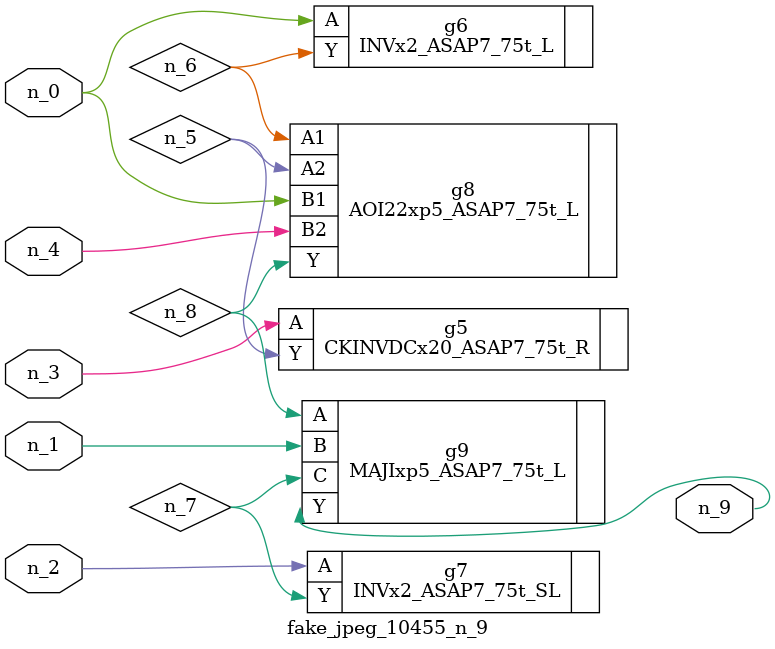
<source format=v>
module fake_jpeg_10455_n_9 (n_3, n_2, n_1, n_0, n_4, n_9);

input n_3;
input n_2;
input n_1;
input n_0;
input n_4;

output n_9;

wire n_8;
wire n_6;
wire n_5;
wire n_7;

CKINVDCx20_ASAP7_75t_R g5 ( 
.A(n_3),
.Y(n_5)
);

INVx2_ASAP7_75t_L g6 ( 
.A(n_0),
.Y(n_6)
);

INVx2_ASAP7_75t_SL g7 ( 
.A(n_2),
.Y(n_7)
);

AOI22xp5_ASAP7_75t_L g8 ( 
.A1(n_6),
.A2(n_5),
.B1(n_0),
.B2(n_4),
.Y(n_8)
);

MAJIxp5_ASAP7_75t_L g9 ( 
.A(n_8),
.B(n_1),
.C(n_7),
.Y(n_9)
);


endmodule
</source>
